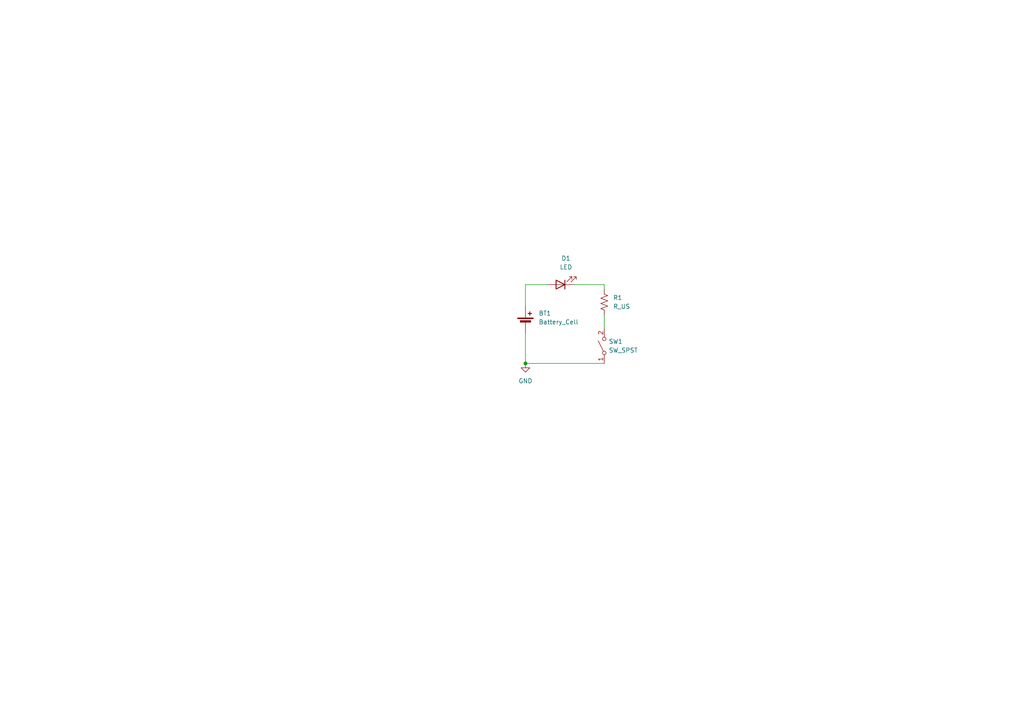
<source format=kicad_sch>
(kicad_sch (version 20231120) (generator "eeschema") (generator_version "8.0")
  (paper "A4")
  (lib_symbols
    (symbol "Device:Battery_Cell" (pin_numbers hide) (pin_names (offset 0) hide)
      (property "Reference" "BT" (at 2.54 2.54 0))
      (property "Value" "Battery_Cell" (at 2.54 0 0))
      (symbol "Battery_Cell_0_1"
        (rectangle (start -2.286 1.778) (end 2.286 1.524) (fill (type outline)))
        (rectangle (start -1.524 1.016) (end 1.524 0.508) (fill (type outline)))
        (polyline (pts (xy 0 0.762) (xy 0 0)))
        (polyline (pts (xy 0 1.778) (xy 0 2.54)))
        (polyline (pts (xy 0.762 3.048) (xy 1.778 3.048)) (stroke (width 0.254)))
        (polyline (pts (xy 1.27 3.556) (xy 1.27 2.54)) (stroke (width 0.254)))
      )
      (symbol "Battery_Cell_1_1"
        (pin passive line (at 0 5.08 270) (length 2.54) (name "+") (number "1"))
        (pin passive line (at 0 -2.54 90) (length 2.54) (name "-") (number "2"))
      )
    )
    (symbol "Device:LED" (pin_numbers hide) (pin_names (offset 1.016) hide)
      (property "Reference" "D" (at 0 2.54 0))
      (property "Value" "LED" (at 0 -2.54 0))
      (symbol "LED_0_1"
        (polyline (pts (xy -1.27 -1.27) (xy -1.27 1.27)) (stroke (width 0.254)))
        (polyline (pts (xy -1.27 0) (xy 1.27 0)))
        (polyline (pts (xy 1.27 -1.27) (xy 1.27 1.27) (xy -1.27 0) (xy 1.27 -1.27)) (stroke (width 0.254)))
        (polyline (pts (xy -3.048 -0.762) (xy -4.572 -2.286) (xy -3.81 -2.286) (xy -4.572 -2.286) (xy -4.572 -1.524)))
        (polyline (pts (xy -1.778 -0.762) (xy -3.302 -2.286) (xy -2.54 -2.286) (xy -3.302 -2.286) (xy -3.302 -1.524)))
      )
      (symbol "LED_1_1"
        (pin passive line (at -3.81 0 0) (length 2.54) (name "K") (number "1"))
        (pin passive line (at 3.81 0 180) (length 2.54) (name "A") (number "2"))
      )
    )
    (symbol "Device:R_US" (pin_numbers hide) (pin_names (offset 0))
      (property "Reference" "R" (at 2.54 0 90))
      (property "Value" "R_US" (at -2.54 0 90))
      (symbol "R_US_0_1"
        (polyline (pts (xy 0 -2.286) (xy 0 -2.54)))
        (polyline (pts (xy 0 2.286) (xy 0 2.54)))
        (polyline (pts (xy 0 -0.762) (xy 1.016 -1.143) (xy 0 -1.524) (xy -1.016 -1.905) (xy 0 -2.286)))
        (polyline (pts (xy 0 0.762) (xy 1.016 0.381) (xy 0 0) (xy -1.016 -0.381) (xy 0 -0.762)))
        (polyline (pts (xy 0 2.286) (xy 1.016 1.905) (xy 0 1.524) (xy -1.016 1.143) (xy 0 0.762)))
      )
      (symbol "R_US_1_1"
        (pin passive line (at 0 3.81 270) (length 1.27) (name "~") (number "1"))
        (pin passive line (at 0 -3.81 90) (length 1.27) (name "~") (number "2"))
      )
    )
    (symbol "Switch:SW_SPST" (pin_names (offset 0) hide)
      (property "Reference" "SW" (at 0 3.175 0))
      (property "Value" "SW_SPST" (at 0 -2.54 0))
      (symbol "SW_SPST_0_0"
        (circle (center -2.032 0) (radius 0.508))
        (polyline (pts (xy -1.524 0.254) (xy 1.524 1.778)))
        (circle (center 2.032 0) (radius 0.508))
      )
      (symbol "SW_SPST_1_1"
        (pin passive line (at -5.08 0 0) (length 2.54) (name "A") (number "1"))
        (pin passive line (at 5.08 0 180) (length 2.54) (name "B") (number "2"))
      )
    )
    (symbol "power:GND" (power) (pin_numbers hide) (pin_names (offset 0) hide)
      (property "Value" "GND" (at 0 -3.81 0))
      (symbol "GND_0_1"
        (polyline (pts (xy 0 0) (xy 0 -1.27) (xy 1.27 -1.27) (xy 0 -2.54) (xy -1.27 -1.27) (xy 0 -1.27)))
      )
      (symbol "GND_1_1"
        (pin power_in line (at 0 0 270) (length 0) (name "~") (number "1"))
      )
    )
  )
  (junction (at 152.4 105.41))
  (wire (pts (xy 152.4 105.41) (xy 152.4 96.52)))
  (wire (pts (xy 175.26 91.44) (xy 175.26 95.25)))
  (wire (pts (xy 152.4 88.9) (xy 152.4 82.55)))
  (wire (pts (xy 166.37 82.55) (xy 175.26 82.55)))
  (wire (pts (xy 175.26 105.41) (xy 152.4 105.41)))
  (wire (pts (xy 152.4 82.55) (xy 158.75 82.55)))
  (wire (pts (xy 175.26 82.55) (xy 175.26 83.82)))
  (symbol (lib_id "Device:R_US") (at 175.26 87.63 0) (unit 1)
    (property "Reference" "R1" (at 177.8 86.3599 0) (effects (justify left)))
    (property "Value" "R_US" (at 177.8 88.8999 0) (effects (justify left)))
    (property "Footprint" "Resistor_SMD:R_2512_6332Metric" (effects (hide yes)))
    (property "Description" "Resistor, US symbol" (effects (hide yes)))
  )
  (symbol (lib_id "Device:Battery_Cell") (at 152.4 93.98 0) (unit 1)
    (property "Reference" "BT1" (at 156.21 90.8684 0) (effects (justify left)))
    (property "Value" "Battery_Cell" (at 156.21 93.4084 0) (effects (justify left)))
    (property "Footprint" "Battery:BatteryHolder_Keystone_103_1x20mm" (effects (hide yes)))
    (property "Description" "Single-cell battery" (effects (hide yes)))
  )
  (symbol (lib_id "Switch:SW_SPST") (at 175.26 100.33 90) (unit 1)
    (property "Reference" "SW1" (at 176.53 99.0599 90) (effects (justify right)))
    (property "Value" "SW_SPST" (at 176.53 101.5999 90) (effects (justify right)))
    (property "Footprint" "Button_Switch_THT:SW_PUSH_6mm" (effects (hide yes)))
    (property "Description" "Single Pole Single Throw (SPST) switch" (effects (hide yes)))
  )
  (symbol (lib_id "power:GND") (at 152.4 105.41 0) (unit 1)
    (property "Reference" "#PWR01" (effects (hide yes)))
    (property "Value" "GND" (at 152.4 110.49 0))
    (property "Description" "Power symbol creates a global label with name \"GND\" , ground" (effects (hide yes)))
  )
  (symbol (lib_id "Device:LED") (at 162.56 82.55 180) (unit 1)
    (property "Reference" "D1" (at 164.1475 74.93 0))
    (property "Value" "LED" (at 164.1475 77.47 0))
    (property "Footprint" "LED_SMD:LED_2512_6332Metric" (effects (hide yes)))
    (property "Description" "Light emitting diode" (effects (hide yes)))
  )
)
</source>
